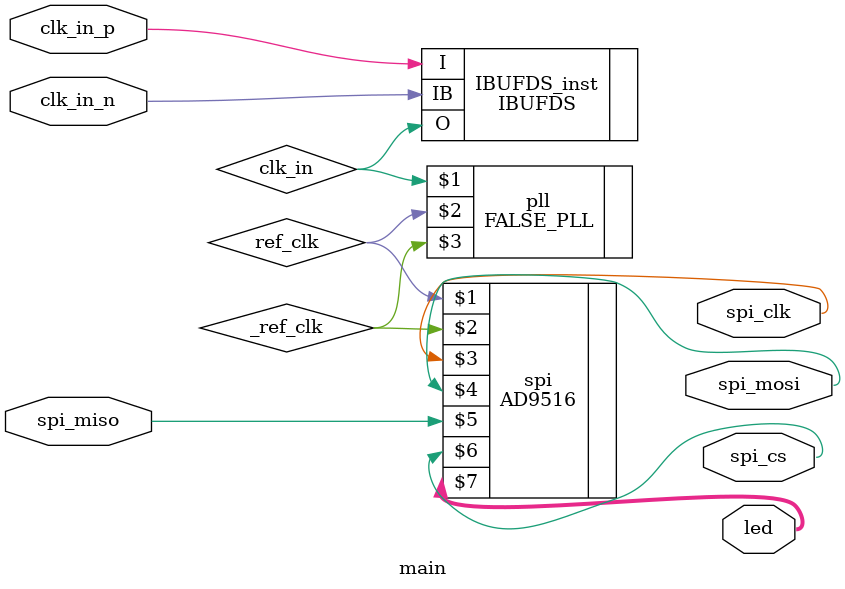
<source format=v>
module main(clk_in_p, clk_in_n,spi_clk,spi_mosi,spi_miso,spi_cs,led);
input clk_in_p;
input clk_in_n;
input  spi_miso;
output spi_clk;
output spi_cs;
output spi_mosi;
output[7:0] led;
wire _spi_clk;
wire clk_in;
wire spi_mi;

   IBUFDS #(
      .DQS_BIAS("FALSE")  // (FALSE, TRUE)
   )
   IBUFDS_inst (
      .O(clk_in),   // 1-bit output: Buffer output
      .I(clk_in_p),   // 1-bit input: Diff_p buffer input (connect directly to top-level port)
      .IB(clk_in_n)  // 1-bit input: Diff_n buffer input (connect directly to top-level port)
   );
   

FALSE_PLL pll(clk_in,ref_clk,_ref_clk);
AD9516    spi(ref_clk,_ref_clk,spi_clk,spi_mosi,spi_miso,spi_cs,led);
endmodule

</source>
